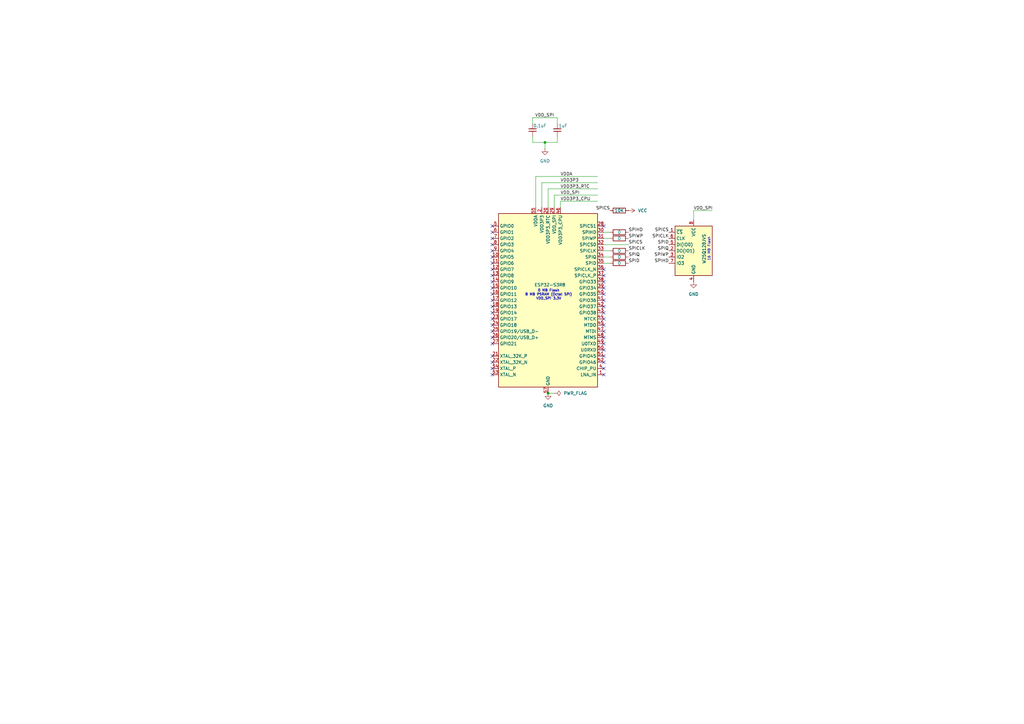
<source format=kicad_sch>
(kicad_sch (version 20231120) (generator "eeschema") (generator_version "8.0")
  (paper "A3")
  (lib_symbols
    (symbol "Device:C_Small" (pin_numbers hide) (pin_names (offset 0.254) hide)
      (property "Reference" "C" (at 0.254 1.778 0))
      (property "Value" "C_Small" (at 0.254 -2.032 0))
      (symbol "C_Small_0_1"
        (polyline (pts (xy -1.524 -0.508) (xy 1.524 -0.508)) (stroke (width 0.3302)))
        (polyline (pts (xy -1.524 0.508) (xy 1.524 0.508)) (stroke (width 0.3048)))
      )
      (symbol "C_Small_1_1"
        (pin passive line (at 0 2.54 270) (length 2.032) (name "~") (number "1"))
        (pin passive line (at 0 -2.54 90) (length 2.032) (name "~") (number "2"))
      )
    )
    (symbol "Device:R" (pin_numbers hide) (pin_names (offset 0))
      (property "Reference" "R" (at 2.032 0 90))
      (property "Value" "R" (at 0 0 90))
      (symbol "R_0_1"
        (rectangle (start -1.016 -2.54) (end 1.016 2.54) (stroke (width 0.254)))
      )
      (symbol "R_1_1"
        (pin passive line (at 0 3.81 270) (length 1.27) (name "~") (number "1"))
        (pin passive line (at 0 -3.81 90) (length 1.27) (name "~") (number "2"))
      )
    )
    (symbol "MCU_Espressif:ESP32-S3"
      (property "Reference" "U" (at 10.16 -38.1 0))
      (property "Value" "ESP32-S3" (at 13.97 -40.64 0))
      (symbol "ESP32-S3_0_1"
        (rectangle (start -20.32 35.56) (end 20.32 -35.56) (stroke (width 0.254)) (fill (type background)))
      )
      (symbol "ESP32-S3_1_0"
        (pin bidirectional line (at 22.86 12.7 180) (length 2.54) (name "SPICLK_N") (number "36"))
        (pin bidirectional line (at 22.86 -10.16 180) (length 2.54) (name "MTDO") (number "45"))
        (pin bidirectional line (at 22.86 -22.86 180) (length 2.54) (name "GPIO45") (number "51"))
        (pin passive line (at -5.08 38.1 270) (length 2.54) hide (name "VDDA") (number "56"))
      )
      (symbol "ESP32-S3_1_1"
        (pin bidirectional line (at 22.86 -30.48 180) (length 2.54) (name "LNA_IN") (number "1"))
        (pin bidirectional line (at -22.86 17.78 0) (length 2.54) (name "GPIO5") (number "10"))
        (pin bidirectional line (at -22.86 15.24 0) (length 2.54) (name "GPIO6") (number "11"))
        (pin bidirectional line (at -22.86 12.7 0) (length 2.54) (name "GPIO7") (number "12"))
        (pin bidirectional line (at -22.86 10.16 0) (length 2.54) (name "GPIO8") (number "13"))
        (pin bidirectional line (at -22.86 7.62 0) (length 2.54) (name "GPIO9") (number "14"))
        (pin bidirectional line (at -22.86 5.08 0) (length 2.54) (name "GPIO10") (number "15"))
        (pin bidirectional line (at -22.86 2.54 0) (length 2.54) (name "GPIO11") (number "16"))
        (pin bidirectional line (at -22.86 0 0) (length 2.54) (name "GPIO12") (number "17"))
        (pin bidirectional line (at -22.86 -2.54 0) (length 2.54) (name "GPIO13") (number "18"))
        (pin bidirectional line (at -22.86 -5.08 0) (length 2.54) (name "GPIO14") (number "19"))
        (pin power_in line (at -2.54 38.1 270) (length 2.54) (name "VDD3P3") (number "2"))
        (pin power_in line (at 0 38.1 270) (length 2.54) (name "VDD3P3_RTC") (number "20"))
        (pin passive line (at -22.86 -22.86 0) (length 2.54) (name "XTAL_32K_P") (number "21"))
        (pin passive line (at -22.86 -25.4 0) (length 2.54) (name "XTAL_32K_N") (number "22"))
        (pin bidirectional line (at -22.86 -7.62 0) (length 2.54) (name "GPIO17") (number "23"))
        (pin bidirectional line (at -22.86 -10.16 0) (length 2.54) (name "GPIO18") (number "24"))
        (pin bidirectional line (at -22.86 -12.7 0) (length 2.54) (name "GPIO19/USB_D-") (number "25"))
        (pin bidirectional line (at -22.86 -15.24 0) (length 2.54) (name "GPIO20/USB_D+") (number "26"))
        (pin bidirectional line (at -22.86 -17.78 0) (length 2.54) (name "GPIO21") (number "27"))
        (pin bidirectional line (at 22.86 30.48 180) (length 2.54) (name "SPICS1") (number "28"))
        (pin power_in line (at 2.54 38.1 270) (length 2.54) (name "VDD_SPI") (number "29"))
        (pin passive line (at -2.54 38.1 270) (length 2.54) hide (name "VDD3P3") (number "3"))
        (pin bidirectional line (at 22.86 27.94 180) (length 2.54) (name "SPIHD") (number "30"))
        (pin bidirectional line (at 22.86 25.4 180) (length 2.54) (name "SPIWP") (number "31"))
        (pin bidirectional line (at 22.86 22.86 180) (length 2.54) (name "SPICS0") (number "32"))
        (pin bidirectional line (at 22.86 20.32 180) (length 2.54) (name "SPICLK") (number "33"))
        (pin bidirectional line (at 22.86 17.78 180) (length 2.54) (name "SPIQ") (number "34"))
        (pin bidirectional line (at 22.86 15.24 180) (length 2.54) (name "SPID") (number "35"))
        (pin bidirectional line (at 22.86 10.16 180) (length 2.54) (name "SPICLK_P") (number "37"))
        (pin bidirectional line (at 22.86 7.62 180) (length 2.54) (name "GPIO33") (number "38"))
        (pin bidirectional line (at 22.86 5.08 180) (length 2.54) (name "GPIO34") (number "39"))
        (pin input line (at 22.86 -27.94 180) (length 2.54) (name "CHIP_PU") (number "4"))
        (pin bidirectional line (at 22.86 2.54 180) (length 2.54) (name "GPIO35") (number "40"))
        (pin bidirectional line (at 22.86 0 180) (length 2.54) (name "GPIO36") (number "41"))
        (pin bidirectional line (at 22.86 -2.54 180) (length 2.54) (name "GPIO37") (number "42"))
        (pin bidirectional line (at 22.86 -5.08 180) (length 2.54) (name "GPIO38") (number "43"))
        (pin bidirectional line (at 22.86 -7.62 180) (length 2.54) (name "MTCK") (number "44"))
        (pin power_in line (at 5.08 38.1 270) (length 2.54) (name "VDD3P3_CPU") (number "46"))
        (pin bidirectional line (at 22.86 -12.7 180) (length 2.54) (name "MTDI") (number "47"))
        (pin bidirectional line (at 22.86 -15.24 180) (length 2.54) (name "MTMS") (number "48"))
        (pin bidirectional line (at 22.86 -17.78 180) (length 2.54) (name "U0TXD") (number "49"))
        (pin bidirectional line (at -22.86 30.48 0) (length 2.54) (name "GPIO0") (number "5"))
        (pin bidirectional line (at 22.86 -20.32 180) (length 2.54) (name "U0RXD") (number "50"))
        (pin bidirectional line (at 22.86 -25.4 180) (length 2.54) (name "GPIO46") (number "52"))
        (pin output line (at -22.86 -30.48 0) (length 2.54) (name "XTAL_N") (number "53"))
        (pin input line (at -22.86 -27.94 0) (length 2.54) (name "XTAL_P") (number "54"))
        (pin power_in line (at -5.08 38.1 270) (length 2.54) (name "VDDA") (number "55"))
        (pin power_in line (at 0 -38.1 90) (length 2.54) (name "GND") (number "57"))
        (pin bidirectional line (at -22.86 27.94 0) (length 2.54) (name "GPIO1") (number "6"))
        (pin bidirectional line (at -22.86 25.4 0) (length 2.54) (name "GPIO2") (number "7"))
        (pin bidirectional line (at -22.86 22.86 0) (length 2.54) (name "GPIO3") (number "8"))
        (pin bidirectional line (at -22.86 20.32 0) (length 2.54) (name "GPIO4") (number "9"))
      )
    )
    (symbol "Memory_Flash:W25Q128JVS"
      (property "Reference" "U" (at -8.89 8.89 0))
      (property "Value" "W25Q128JVS" (at 7.62 8.89 0))
      (symbol "W25Q128JVS_0_1"
        (rectangle (start -7.62 10.16) (end 7.62 -10.16) (stroke (width 0.254)) (fill (type background)))
      )
      (symbol "W25Q128JVS_1_1"
        (pin input line (at -10.16 7.62 0) (length 2.54) (name "~{CS}") (number "1"))
        (pin bidirectional line (at -10.16 0 0) (length 2.54) (name "DO(IO1)") (number "2"))
        (pin bidirectional line (at -10.16 -2.54 0) (length 2.54) (name "IO2") (number "3"))
        (pin power_in line (at 0 -12.7 90) (length 2.54) (name "GND") (number "4"))
        (pin bidirectional line (at -10.16 2.54 0) (length 2.54) (name "DI(IO0)") (number "5"))
        (pin input line (at -10.16 5.08 0) (length 2.54) (name "CLK") (number "6"))
        (pin bidirectional line (at -10.16 -5.08 0) (length 2.54) (name "IO3") (number "7"))
        (pin power_in line (at 0 12.7 270) (length 2.54) (name "VCC") (number "8"))
      )
    )
    (symbol "power:GND" (power) (pin_numbers hide) (pin_names (offset 0) hide)
      (property "Value" "GND" (at 0 -3.81 0))
      (symbol "GND_0_1"
        (polyline (pts (xy 0 0) (xy 0 -1.27) (xy 1.27 -1.27) (xy 0 -2.54) (xy -1.27 -1.27) (xy 0 -1.27)))
      )
      (symbol "GND_1_1"
        (pin power_in line (at 0 0 270) (length 0) (name "~") (number "1"))
      )
    )
    (symbol "power:PWR_FLAG" (power) (pin_numbers hide) (pin_names (offset 0) hide)
      (property "Value" "PWR_FLAG" (at 0 3.81 0))
      (symbol "PWR_FLAG_0_0"
        (pin power_out line (at 0 0 90) (length 0) (name "~") (number "1"))
      )
      (symbol "PWR_FLAG_0_1"
        (polyline (pts (xy 0 0) (xy 0 1.27) (xy -1.016 1.905) (xy 0 2.54) (xy 1.016 1.905) (xy 0 1.27)))
      )
    )
    (symbol "power:VCC" (power) (pin_numbers hide) (pin_names (offset 0) hide)
      (property "Value" "VCC" (at 0 3.556 0))
      (symbol "VCC_0_1"
        (polyline (pts (xy -0.762 1.27) (xy 0 2.54)))
        (polyline (pts (xy 0 0) (xy 0 2.54)))
        (polyline (pts (xy 0 2.54) (xy 0.762 1.27)))
      )
      (symbol "VCC_1_1"
        (pin power_in line (at 0 0 90) (length 0) (name "~") (number "1"))
      )
    )
  )
  (junction (at 223.52 58.42))
  (junction (at 224.79 161.29))
  (no_connect (at 201.93 105.41))
  (no_connect (at 201.93 115.57))
  (no_connect (at 201.93 107.95))
  (no_connect (at 247.65 151.13))
  (no_connect (at 247.65 153.67))
  (no_connect (at 201.93 140.97))
  (no_connect (at 201.93 100.33))
  (no_connect (at 201.93 135.89))
  (no_connect (at 247.65 130.81))
  (no_connect (at 247.65 120.65))
  (no_connect (at 201.93 92.71))
  (no_connect (at 247.65 133.35))
  (no_connect (at 247.65 92.71))
  (no_connect (at 201.93 95.25))
  (no_connect (at 201.93 148.59))
  (no_connect (at 247.65 148.59))
  (no_connect (at 247.65 146.05))
  (no_connect (at 247.65 118.11))
  (no_connect (at 247.65 135.89))
  (no_connect (at 247.65 138.43))
  (no_connect (at 201.93 118.11))
  (no_connect (at 201.93 146.05))
  (no_connect (at 201.93 138.43))
  (no_connect (at 247.65 125.73))
  (no_connect (at 201.93 130.81))
  (no_connect (at 201.93 102.87))
  (no_connect (at 201.93 133.35))
  (no_connect (at 247.65 140.97))
  (no_connect (at 201.93 97.79))
  (no_connect (at 201.93 151.13))
  (no_connect (at 201.93 110.49))
  (no_connect (at 247.65 115.57))
  (no_connect (at 201.93 125.73))
  (no_connect (at 247.65 113.03))
  (no_connect (at 247.65 143.51))
  (no_connect (at 201.93 153.67))
  (no_connect (at 201.93 120.65))
  (no_connect (at 201.93 123.19))
  (no_connect (at 201.93 113.03))
  (no_connect (at 247.65 123.19))
  (no_connect (at 247.65 128.27))
  (no_connect (at 247.65 110.49))
  (no_connect (at 201.93 128.27))
  (wire (pts (xy 284.48 86.36) (xy 292.1 86.36)))
  (wire (pts (xy 223.52 60.96) (xy 223.52 58.42)))
  (wire (pts (xy 247.65 102.87) (xy 250.19 102.87)))
  (wire (pts (xy 229.87 85.09) (xy 229.87 82.55)))
  (wire (pts (xy 218.44 48.26) (xy 228.6 48.26)))
  (wire (pts (xy 224.79 77.47) (xy 245.11 77.47)))
  (wire (pts (xy 247.65 105.41) (xy 250.19 105.41)))
  (wire (pts (xy 229.87 82.55) (xy 245.11 82.55)))
  (wire (pts (xy 247.65 107.95) (xy 250.19 107.95)))
  (wire (pts (xy 222.25 74.93) (xy 245.11 74.93)))
  (wire (pts (xy 247.65 97.79) (xy 250.19 97.79)))
  (wire (pts (xy 284.48 90.17) (xy 284.48 86.36)))
  (wire (pts (xy 228.6 48.26) (xy 228.6 50.8)))
  (wire (pts (xy 223.52 58.42) (xy 228.6 58.42)))
  (wire (pts (xy 228.6 58.42) (xy 228.6 55.88)))
  (wire (pts (xy 247.65 95.25) (xy 250.19 95.25)))
  (wire (pts (xy 219.71 72.39) (xy 245.11 72.39)))
  (wire (pts (xy 218.44 58.42) (xy 223.52 58.42)))
  (wire (pts (xy 224.79 85.09) (xy 224.79 77.47)))
  (wire (pts (xy 227.33 85.09) (xy 227.33 80.01)))
  (wire (pts (xy 227.33 80.01) (xy 245.11 80.01)))
  (wire (pts (xy 227.33 161.29) (xy 224.79 161.29)))
  (wire (pts (xy 219.71 85.09) (xy 219.71 72.39)))
  (wire (pts (xy 247.65 100.33) (xy 257.81 100.33)))
  (wire (pts (xy 218.44 58.42) (xy 218.44 55.88)))
  (wire (pts (xy 218.44 50.8) (xy 218.44 48.26)))
  (wire (pts (xy 222.25 85.09) (xy 222.25 74.93)))
  (text "16 MB Flash" (at 290.83 102.108 90) (effects (font (size 1.016 1.016))))
  (text "0 MB Flash\n8 MB PSRAM (Octal SPI)\nVDD_SPI 3.3V" (at 225.044 120.904 0) (effects (font (size 1.016 1.016) (thickness 0.2032) (bold yes))))
  (label "VDD_SPI" (at 229.87 80.01 0))
  (label "SPIQ" (at 257.81 105.41 0))
  (label "VDDA" (at 229.87 72.39 0))
  (label "VDD3P3_CPU" (at 229.87 82.55 0))
  (label "SPIHD" (at 257.81 95.25 0))
  (label "SPID" (at 274.32 100.33 180))
  (label "VDD_SPI" (at 284.48 86.36 0))
  (label "VDD3P3" (at 229.87 74.93 0))
  (label "SPIHD" (at 274.32 107.95 180))
  (label "SPICS" (at 250.19 86.36 180))
  (label "SPICLK" (at 257.81 102.87 0))
  (label "SPICS" (at 257.81 100.33 0))
  (label "SPIWP" (at 274.32 105.41 180))
  (label "VDD_SPI" (at 227.33 48.26 180))
  (label "SPIWP" (at 257.81 97.79 0))
  (label "SPICLK" (at 274.32 97.79 180))
  (label "SPICS" (at 274.32 95.25 180))
  (label "VDD3P3_RTC" (at 229.87 77.47 0))
  (label "SPID" (at 257.81 107.95 0))
  (label "SPIQ" (at 274.32 102.87 180))
  (symbol (lib_id "Device:C_Small") (at 228.6 53.34 0) (mirror x) (unit 1)
    (property "Reference" "C?" (effects (hide yes)))
    (property "Value" "1uF" (at 229.108 51.562 0) (effects (justify left)))
    (property "Description" "Unpolarized capacitor, small symbol" (effects (hide yes)))
  )
  (symbol (lib_id "Device:R") (at 254 107.95 90) (unit 1)
    (property "Reference" "R6" (effects (hide yes)))
    (property "Value" "0" (at 254 107.95 90))
    (property "Footprint" "Resistor_SMD:R_01005_0402Metric" (effects (hide yes)))
    (property "Description" "Resistor" (effects (hide yes)))
  )
  (symbol (lib_id "power:VCC") (at 257.81 86.36 270) (unit 1)
    (property "Reference" "#PWR03" (effects (hide yes)))
    (property "Value" "VCC" (at 261.62 86.3601 90) (effects (justify left)))
    (property "Description" "Power symbol creates a global label with name \"VCC\"" (effects (hide yes)))
  )
  (symbol (lib_id "Device:R") (at 254 97.79 90) (unit 1)
    (property "Reference" "R2" (effects (hide yes)))
    (property "Value" "0" (at 254 97.79 90))
    (property "Footprint" "Resistor_SMD:R_01005_0402Metric" (effects (hide yes)))
    (property "Description" "Resistor" (effects (hide yes)))
  )
  (symbol (lib_id "power:GND") (at 224.79 161.29 0) (mirror y) (unit 1)
    (property "Reference" "#PWR02" (effects (hide yes)))
    (property "Value" "GND" (at 224.79 166.37 0))
    (property "Description" "Power symbol creates a global label with name \"GND\" , ground" (effects (hide yes)))
  )
  (symbol (lib_id "power:PWR_FLAG") (at 227.33 161.29 270) (unit 1)
    (property "Reference" "#FLG01" (effects (hide yes)))
    (property "Value" "PWR_FLAG" (at 231.14 161.2901 90) (effects (justify left)))
    (property "Description" "Special symbol for telling ERC where power comes from" (effects (hide yes)))
  )
  (symbol (lib_id "Device:R") (at 254 102.87 90) (unit 1)
    (property "Reference" "R4" (effects (hide yes)))
    (property "Value" "0" (at 254 102.87 90))
    (property "Footprint" "Resistor_SMD:R_01005_0402Metric" (effects (hide yes)))
    (property "Description" "Resistor" (effects (hide yes)))
  )
  (symbol (lib_id "MCU_Espressif:ESP32-S3") (at 224.79 123.19 0) (unit 1)
    (property "Reference" "U1" (effects (hide yes)))
    (property "Value" "ESP32-S3R8" (at 219.202 116.84 0) (effects (justify left)))
    (property "Footprint" "Package_DFN_QFN:QFN-56-1EP_7x7mm_P0.4mm_EP4x4mm" (effects (hide yes)))
    (property "Datasheet" "https://www.espressif.com/sites/default/files/documentation/esp32-s3_datasheet_en.pdf" (effects (hide yes)))
    (property "Description" "Microcontroller, Wi-Fi 802.11b/g/n, Bluetooth, 32bit" (effects (hide yes)))
  )
  (symbol (lib_id "Device:R") (at 254 95.25 90) (unit 1)
    (property "Reference" "R1" (effects (hide yes)))
    (property "Value" "0" (at 254 95.25 90))
    (property "Footprint" "Resistor_SMD:R_01005_0402Metric" (effects (hide yes)))
    (property "Description" "Resistor" (effects (hide yes)))
  )
  (symbol (lib_id "Memory_Flash:W25Q128JVS") (at 284.48 102.87 0) (unit 1)
    (property "Reference" "U2" (effects (hide yes)))
    (property "Value" "W25Q128JVS" (at 288.798 108.204 90) (effects (justify left)))
    (property "Footprint" "Package_SO:SOIC-8_5.23x5.23mm_P1.27mm" (effects (hide yes)))
    (property "Datasheet" "http://www.winbond.com/resource-files/w25q128jv_dtr%20revc%2003272018%20plus.pdf" (effects (hide yes)))
    (property "Description" "128Mb Serial Flash Memory, Standard/Dual/Quad SPI, SOIC-8" (effects (hide yes)))
  )
  (symbol (lib_id "Device:R") (at 254 105.41 90) (unit 1)
    (property "Reference" "R5" (effects (hide yes)))
    (property "Value" "0" (at 254 105.41 90))
    (property "Footprint" "Resistor_SMD:R_01005_0402Metric" (effects (hide yes)))
    (property "Description" "Resistor" (effects (hide yes)))
  )
  (symbol (lib_id "Device:C_Small") (at 218.44 53.34 0) (mirror x) (unit 1)
    (property "Reference" "C?" (effects (hide yes)))
    (property "Value" "0.1uF" (at 218.694 51.562 0) (effects (justify left)))
    (property "Description" "Unpolarized capacitor, small symbol" (effects (hide yes)))
  )
  (symbol (lib_id "power:GND") (at 223.52 60.96 0) (mirror y) (unit 1)
    (property "Reference" "#PWR05" (effects (hide yes)))
    (property "Value" "GND" (at 223.52 66.04 0))
    (property "Description" "Power symbol creates a global label with name \"GND\" , ground" (effects (hide yes)))
  )
  (symbol (lib_id "Device:R") (at 254 86.36 90) (unit 1)
    (property "Reference" "R?" (effects (hide yes)))
    (property "Value" "10K" (at 254 86.36 90))
    (property "Footprint" "Resistor_SMD:R_01005_0402Metric" (effects (hide yes)))
    (property "Description" "Resistor" (effects (hide yes)))
  )
  (symbol (lib_id "power:GND") (at 284.48 115.57 0) (unit 1)
    (property "Reference" "#PWR01" (effects (hide yes)))
    (property "Value" "GND" (at 284.48 120.65 0))
    (property "Description" "Power symbol creates a global label with name \"GND\" , ground" (effects (hide yes)))
  )
)
</source>
